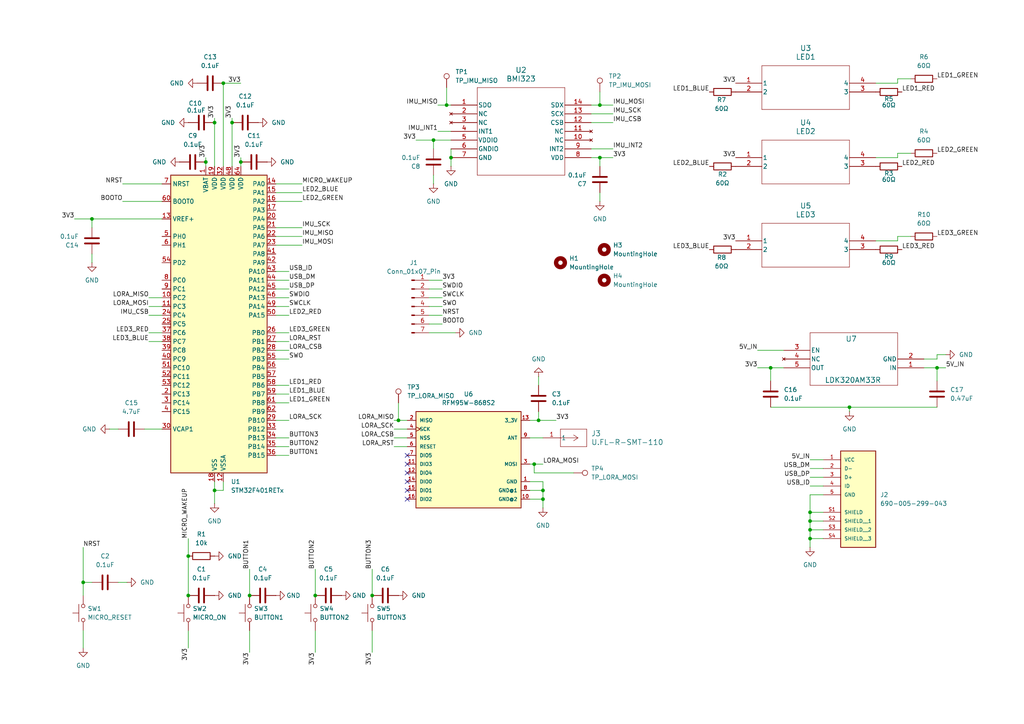
<source format=kicad_sch>
(kicad_sch (version 20231120) (generator "eeschema") (generator_version "8.0")
  (paper "A4")
  (lib_symbols
    (symbol "2024-06-20_09-10-44:BMI323" (pin_names (offset 0.254))
      (property "Reference" "U" (at 20.32 10.16 0))
      (property "Value" "BMI323" (at 20.32 7.62 0))
      (symbol "BMI323_0_1"
        (polyline (pts (xy 7.62 -20.32) (xy 33.02 -20.32)) (stroke (width 0.127)))
        (polyline (pts (xy 7.62 5.08) (xy 7.62 -20.32)) (stroke (width 0.127)))
        (polyline (pts (xy 33.02 -20.32) (xy 33.02 5.08)) (stroke (width 0.127)))
        (polyline (pts (xy 33.02 5.08) (xy 7.62 5.08)) (stroke (width 0.127)))
        (pin bidirectional line (at 0 0 0) (length 7.62) (name "SDO") (number "1"))
        (pin no_connect line (at 40.64 -10.16 180) (length 7.62) (name "NC") (number "10"))
        (pin no_connect line (at 40.64 -7.62 180) (length 7.62) (name "NC") (number "11"))
        (pin input line (at 40.64 -5.08 180) (length 7.62) (name "CSB") (number "12"))
        (pin input line (at 40.64 -2.54 180) (length 7.62) (name "SCX") (number "13"))
        (pin bidirectional line (at 40.64 0 180) (length 7.62) (name "SDX") (number "14"))
        (pin no_connect line (at 0 -2.54 0) (length 7.62) (name "NC") (number "2"))
        (pin no_connect line (at 0 -5.08 0) (length 7.62) (name "NC") (number "3"))
        (pin bidirectional line (at 0 -7.62 0) (length 7.62) (name "INT1") (number "4"))
        (pin power_in line (at 0 -10.16 0) (length 7.62) (name "VDDIO") (number "5"))
        (pin power_out line (at 0 -12.7 0) (length 7.62) (name "GNDIO") (number "6"))
        (pin power_out line (at 0 -15.24 0) (length 7.62) (name "GND") (number "7"))
        (pin power_in line (at 40.64 -15.24 180) (length 7.62) (name "VDD") (number "8"))
        (pin bidirectional line (at 40.64 -12.7 180) (length 7.62) (name "INT2") (number "9"))
      )
    )
    (symbol "2024-06-21_22-48-27:150141M173100" (pin_names (offset 0.254))
      (property "Reference" "U" (at 20.32 10.16 0))
      (property "Value" "150141M173100" (at 20.32 7.62 0))
      (symbol "150141M173100_0_1"
        (polyline (pts (xy 7.62 -7.62) (xy 33.02 -7.62)) (stroke (width 0.127)))
        (polyline (pts (xy 7.62 5.08) (xy 7.62 -7.62)) (stroke (width 0.127)))
        (polyline (pts (xy 33.02 -7.62) (xy 33.02 5.08)) (stroke (width 0.127)))
        (polyline (pts (xy 33.02 5.08) (xy 7.62 5.08)) (stroke (width 0.127)))
        (pin unspecified line (at 0 0 0) (length 7.62) (name "1") (number "1"))
        (pin unspecified line (at 0 -2.54 0) (length 7.62) (name "2") (number "2"))
        (pin unspecified line (at 40.64 -2.54 180) (length 7.62) (name "3") (number "3"))
        (pin unspecified line (at 40.64 0 180) (length 7.62) (name "4") (number "4"))
      )
    )
    (symbol "2024-06-23_08-34-14:LDK320AM33R" (pin_names (offset 0.254))
      (property "Reference" "U" (at 20.32 10.16 0))
      (property "Value" "LDK320AM33R" (at 20.32 7.62 0))
      (symbol "LDK320AM33R_0_1"
        (polyline (pts (xy 7.62 -10.16) (xy 33.02 -10.16)) (stroke (width 0.127)))
        (polyline (pts (xy 7.62 5.08) (xy 7.62 -10.16)) (stroke (width 0.127)))
        (polyline (pts (xy 33.02 -10.16) (xy 33.02 5.08)) (stroke (width 0.127)))
        (polyline (pts (xy 33.02 5.08) (xy 7.62 5.08)) (stroke (width 0.127)))
        (pin power_in line (at 0 0 0) (length 7.62) (name "IN") (number "1"))
        (pin power_out line (at 0 -2.54 0) (length 7.62) (name "GND") (number "2"))
        (pin input line (at 40.64 -5.08 180) (length 7.62) (name "EN") (number "3"))
        (pin no_connect line (at 40.64 -2.54 180) (length 7.62) (name "NC") (number "4"))
        (pin output line (at 40.64 0 180) (length 7.62) (name "OUT") (number "5"))
      )
    )
    (symbol "2024-06-24_09-28-13:U.FL-R-SMT-110" (pin_names (offset 0.254))
      (property "Reference" "J" (at 8.89 6.35 0))
      (property "Value" "U.FL-R-SMT-110" (at 0 0 0))
      (symbol "U.FL-R-SMT-110_1_1"
        (polyline (pts (xy 5.08 -2.54) (xy 12.7 -2.54)) (stroke (width 0.127)))
        (polyline (pts (xy 5.08 2.54) (xy 5.08 -2.54)) (stroke (width 0.127)))
        (polyline (pts (xy 10.16 0) (xy 5.08 0)) (stroke (width 0.127)))
        (polyline (pts (xy 10.16 0) (xy 8.89 -0.8467)) (stroke (width 0.127)))
        (polyline (pts (xy 10.16 0) (xy 8.89 0.8467)) (stroke (width 0.127)))
        (polyline (pts (xy 12.7 -2.54) (xy 12.7 2.54)) (stroke (width 0.127)))
        (polyline (pts (xy 12.7 2.54) (xy 5.08 2.54)) (stroke (width 0.127)))
        (pin unspecified line (at 0 0 0) (length 5.08) (name "1") (number "1"))
      )
      (symbol "U.FL-R-SMT-110_1_2"
        (polyline (pts (xy 5.08 -2.54) (xy 12.7 -2.54)) (stroke (width 0.127)))
        (polyline (pts (xy 5.08 2.54) (xy 5.08 -2.54)) (stroke (width 0.127)))
        (polyline (pts (xy 7.62 0) (xy 5.08 0)) (stroke (width 0.127)))
        (polyline (pts (xy 7.62 0) (xy 8.89 -0.8467)) (stroke (width 0.127)))
        (polyline (pts (xy 7.62 0) (xy 8.89 0.8467)) (stroke (width 0.127)))
        (polyline (pts (xy 12.7 -2.54) (xy 12.7 2.54)) (stroke (width 0.127)))
        (polyline (pts (xy 12.7 2.54) (xy 5.08 2.54)) (stroke (width 0.127)))
        (pin unspecified line (at 0 0 0) (length 5.08) (name "1") (number "1"))
      )
    )
    (symbol "690-005-299-043:690-005-299-043" (pin_names (offset 1.016))
      (property "Reference" "J" (at -5.08 11.43 0))
      (property "Value" "690-005-299-043" (at -5.08 -19.05 0))
      (symbol "690-005-299-043_0_0"
        (rectangle (start -5.08 -17.78) (end 5.08 10.16) (stroke (width 0.254)) (fill (type background)))
        (pin power_in line (at -10.16 7.62 0) (length 5.08) (name "VCC") (number "1"))
        (pin bidirectional line (at -10.16 5.08 0) (length 5.08) (name "D-") (number "2"))
        (pin bidirectional line (at -10.16 2.54 0) (length 5.08) (name "D+") (number "3"))
        (pin bidirectional line (at -10.16 0 0) (length 5.08) (name "ID") (number "4"))
        (pin power_in line (at -10.16 -2.54 0) (length 5.08) (name "GND") (number "5"))
        (pin passive line (at -10.16 -7.62 0) (length 5.08) (name "SHIELD") (number "S1"))
        (pin passive line (at -10.16 -10.16 0) (length 5.08) (name "SHIELD__1") (number "S2"))
        (pin passive line (at -10.16 -12.7 0) (length 5.08) (name "SHIELD__2") (number "S3"))
        (pin passive line (at -10.16 -15.24 0) (length 5.08) (name "SHIELD__3") (number "S4"))
      )
    )
    (symbol "Connector:Conn_01x07_Pin" (pin_names (offset 1.016) hide)
      (property "Reference" "J" (at 0 10.16 0))
      (property "Value" "Conn_01x07_Pin" (at 0 -10.16 0))
      (symbol "Conn_01x07_Pin_1_1"
        (polyline (pts (xy 1.27 -7.62) (xy 0.8636 -7.62)) (stroke (width 0.1524)))
        (polyline (pts (xy 1.27 -5.08) (xy 0.8636 -5.08)) (stroke (width 0.1524)))
        (polyline (pts (xy 1.27 -2.54) (xy 0.8636 -2.54)) (stroke (width 0.1524)))
        (polyline (pts (xy 1.27 0) (xy 0.8636 0)) (stroke (width 0.1524)))
        (polyline (pts (xy 1.27 2.54) (xy 0.8636 2.54)) (stroke (width 0.1524)))
        (polyline (pts (xy 1.27 5.08) (xy 0.8636 5.08)) (stroke (width 0.1524)))
        (polyline (pts (xy 1.27 7.62) (xy 0.8636 7.62)) (stroke (width 0.1524)))
        (rectangle (start 0.8636 -7.493) (end 0 -7.747) (stroke (width 0.1524)) (fill (type outline)))
        (rectangle (start 0.8636 -4.953) (end 0 -5.207) (stroke (width 0.1524)) (fill (type outline)))
        (rectangle (start 0.8636 -2.413) (end 0 -2.667) (stroke (width 0.1524)) (fill (type outline)))
        (rectangle (start 0.8636 0.127) (end 0 -0.127) (stroke (width 0.1524)) (fill (type outline)))
        (rectangle (start 0.8636 2.667) (end 0 2.413) (stroke (width 0.1524)) (fill (type outline)))
        (rectangle (start 0.8636 5.207) (end 0 4.953) (stroke (width 0.1524)) (fill (type outline)))
        (rectangle (start 0.8636 7.747) (end 0 7.493) (stroke (width 0.1524)) (fill (type outline)))
        (pin passive line (at 5.08 7.62 180) (length 3.81) (name "Pin_1") (number "1"))
        (pin passive line (at 5.08 5.08 180) (length 3.81) (name "Pin_2") (number "2"))
        (pin passive line (at 5.08 2.54 180) (length 3.81) (name "Pin_3") (number "3"))
        (pin passive line (at 5.08 0 180) (length 3.81) (name "Pin_4") (number "4"))
        (pin passive line (at 5.08 -2.54 180) (length 3.81) (name "Pin_5") (number "5"))
        (pin passive line (at 5.08 -5.08 180) (length 3.81) (name "Pin_6") (number "6"))
        (pin passive line (at 5.08 -7.62 180) (length 3.81) (name "Pin_7") (number "7"))
      )
    )
    (symbol "Connector:TestPoint" (pin_numbers hide) (pin_names (offset 0.762) hide)
      (property "Reference" "TP" (at 0 6.858 0))
      (property "Value" "TestPoint" (at 0 5.08 0))
      (symbol "TestPoint_0_1"
        (circle (center 0 3.302) (radius 0.762))
      )
      (symbol "TestPoint_1_1"
        (pin passive line (at 0 0 90) (length 2.54) (name "1") (number "1"))
      )
    )
    (symbol "Device:C" (pin_numbers hide) (pin_names (offset 0.254))
      (property "Reference" "C" (at 0.635 2.54 0))
      (property "Value" "C" (at 0.635 -2.54 0))
      (symbol "C_0_1"
        (polyline (pts (xy -2.032 -0.762) (xy 2.032 -0.762)) (stroke (width 0.508)))
        (polyline (pts (xy -2.032 0.762) (xy 2.032 0.762)) (stroke (width 0.508)))
      )
      (symbol "C_1_1"
        (pin passive line (at 0 3.81 270) (length 2.794) (name "~") (number "1"))
        (pin passive line (at 0 -3.81 90) (length 2.794) (name "~") (number "2"))
      )
    )
    (symbol "Device:R" (pin_numbers hide) (pin_names (offset 0))
      (property "Reference" "R" (at 2.032 0 90))
      (property "Value" "R" (at 0 0 90))
      (symbol "R_0_1"
        (rectangle (start -1.016 -2.54) (end 1.016 2.54) (stroke (width 0.254)))
      )
      (symbol "R_1_1"
        (pin passive line (at 0 3.81 270) (length 1.27) (name "~") (number "1"))
        (pin passive line (at 0 -3.81 90) (length 1.27) (name "~") (number "2"))
      )
    )
    (symbol "MCU_ST_STM32F4:STM32F401RETx"
      (property "Reference" "U" (at -12.7 44.45 0))
      (property "Value" "STM32F401RETx" (at 10.16 44.45 0))
      (symbol "STM32F401RETx_0_1"
        (rectangle (start -12.7 -43.18) (end 15.24 43.18) (stroke (width 0.254)) (fill (type background)))
      )
      (symbol "STM32F401RETx_1_1"
        (pin power_in line (at -2.54 45.72 270) (length 2.54) (name "VBAT") (number "1"))
        (pin bidirectional line (at -15.24 7.62 0) (length 2.54) (name "PC2") (number "10"))
        (pin bidirectional line (at -15.24 5.08 0) (length 2.54) (name "PC3") (number "11"))
        (pin power_in line (at 2.54 -45.72 90) (length 2.54) (name "VSSA") (number "12"))
        (pin input line (at -15.24 30.48 0) (length 2.54) (name "VREF+") (number "13"))
        (pin bidirectional line (at 17.78 40.64 180) (length 2.54) (name "PA0") (number "14"))
        (pin bidirectional line (at 17.78 38.1 180) (length 2.54) (name "PA1") (number "15"))
        (pin bidirectional line (at 17.78 35.56 180) (length 2.54) (name "PA2") (number "16"))
        (pin bidirectional line (at 17.78 33.02 180) (length 2.54) (name "PA3") (number "17"))
        (pin power_in line (at 0 -45.72 90) (length 2.54) (name "VSS") (number "18"))
        (pin power_in line (at 0 45.72 270) (length 2.54) (name "VDD") (number "19"))
        (pin bidirectional line (at -15.24 -20.32 0) (length 2.54) (name "PC13") (number "2"))
        (pin bidirectional line (at 17.78 30.48 180) (length 2.54) (name "PA4") (number "20"))
        (pin bidirectional line (at 17.78 27.94 180) (length 2.54) (name "PA5") (number "21"))
        (pin bidirectional line (at 17.78 25.4 180) (length 2.54) (name "PA6") (number "22"))
        (pin bidirectional line (at 17.78 22.86 180) (length 2.54) (name "PA7") (number "23"))
        (pin bidirectional line (at -15.24 2.54 0) (length 2.54) (name "PC4") (number "24"))
        (pin bidirectional line (at -15.24 0 0) (length 2.54) (name "PC5") (number "25"))
        (pin bidirectional line (at 17.78 -2.54 180) (length 2.54) (name "PB0") (number "26"))
        (pin bidirectional line (at 17.78 -5.08 180) (length 2.54) (name "PB1") (number "27"))
        (pin bidirectional line (at 17.78 -7.62 180) (length 2.54) (name "PB2") (number "28"))
        (pin bidirectional line (at 17.78 -27.94 180) (length 2.54) (name "PB10") (number "29"))
        (pin bidirectional line (at -15.24 -22.86 0) (length 2.54) (name "PC14") (number "3"))
        (pin power_out line (at -15.24 -30.48 0) (length 2.54) (name "VCAP1") (number "30"))
        (pin passive line (at 0 -45.72 90) (length 2.54) hide (name "VSS") (number "31"))
        (pin power_in line (at 2.54 45.72 270) (length 2.54) (name "VDD") (number "32"))
        (pin bidirectional line (at 17.78 -30.48 180) (length 2.54) (name "PB12") (number "33"))
        (pin bidirectional line (at 17.78 -33.02 180) (length 2.54) (name "PB13") (number "34"))
        (pin bidirectional line (at 17.78 -35.56 180) (length 2.54) (name "PB14") (number "35"))
        (pin bidirectional line (at 17.78 -38.1 180) (length 2.54) (name "PB15") (number "36"))
        (pin bidirectional line (at -15.24 -2.54 0) (length 2.54) (name "PC6") (number "37"))
        (pin bidirectional line (at -15.24 -5.08 0) (length 2.54) (name "PC7") (number "38"))
        (pin bidirectional line (at -15.24 -7.62 0) (length 2.54) (name "PC8") (number "39"))
        (pin bidirectional line (at -15.24 -25.4 0) (length 2.54) (name "PC15") (number "4"))
        (pin bidirectional line (at -15.24 -10.16 0) (length 2.54) (name "PC9") (number "40"))
        (pin bidirectional line (at 17.78 20.32 180) (length 2.54) (name "PA8") (number "41"))
        (pin bidirectional line (at 17.78 17.78 180) (length 2.54) (name "PA9") (number "42"))
        (pin bidirectional line (at 17.78 15.24 180) (length 2.54) (name "PA10") (number "43"))
        (pin bidirectional line (at 17.78 12.7 180) (length 2.54) (name "PA11") (number "44"))
        (pin bidirectional line (at 17.78 10.16 180) (length 2.54) (name "PA12") (number "45"))
        (pin bidirectional line (at 17.78 7.62 180) (length 2.54) (name "PA13") (number "46"))
        (pin passive line (at 0 -45.72 90) (length 2.54) hide (name "VSS") (number "47"))
        (pin power_in line (at 5.08 45.72 270) (length 2.54) (name "VDD") (number "48"))
        (pin bidirectional line (at 17.78 5.08 180) (length 2.54) (name "PA14") (number "49"))
        (pin bidirectional line (at -15.24 25.4 0) (length 2.54) (name "PH0") (number "5"))
        (pin bidirectional line (at 17.78 2.54 180) (length 2.54) (name "PA15") (number "50"))
        (pin bidirectional line (at -15.24 -12.7 0) (length 2.54) (name "PC10") (number "51"))
        (pin bidirectional line (at -15.24 -15.24 0) (length 2.54) (name "PC11") (number "52"))
        (pin bidirectional line (at -15.24 -17.78 0) (length 2.54) (name "PC12") (number "53"))
        (pin bidirectional line (at -15.24 17.78 0) (length 2.54) (name "PD2") (number "54"))
        (pin bidirectional line (at 17.78 -10.16 180) (length 2.54) (name "PB3") (number "55"))
        (pin bidirectional line (at 17.78 -12.7 180) (length 2.54) (name "PB4") (number "56"))
        (pin bidirectional line (at 17.78 -15.24 180) (length 2.54) (name "PB5") (number "57"))
        (pin bidirectional line (at 17.78 -17.78 180) (length 2.54) (name "PB6") (number "58"))
        (pin bidirectional line (at 17.78 -20.32 180) (length 2.54) (name "PB7") (number "59"))
        (pin bidirectional line (at -15.24 22.86 0) (length 2.54) (name "PH1") (number "6"))
        (pin input line (at -15.24 35.56 0) (length 2.54) (name "BOOT0") (number "60"))
        (pin bidirectional line (at 17.78 -22.86 180) (length 2.54) (name "PB8") (number "61"))
        (pin bidirectional line (at 17.78 -25.4 180) (length 2.54) (name "PB9") (number "62"))
        (pin passive line (at 0 -45.72 90) (length 2.54) hide (name "VSS") (number "63"))
        (pin power_in line (at 7.62 45.72 270) (length 2.54) (name "VDD") (number "64"))
        (pin input line (at -15.24 40.64 0) (length 2.54) (name "NRST") (number "7"))
        (pin bidirectional line (at -15.24 12.7 0) (length 2.54) (name "PC0") (number "8"))
        (pin bidirectional line (at -15.24 10.16 0) (length 2.54) (name "PC1") (number "9"))
      )
    )
    (symbol "Mechanical:MountingHole" (pin_names (offset 1.016)) (exclude_from_sim yes) (in_bom no)
      (property "Reference" "H" (at 0 5.08 0))
      (property "Value" "MountingHole" (at 0 3.175 0))
      (symbol "MountingHole_0_1"
        (circle (center 0 0) (radius 1.27) (stroke (width 1.27)))
      )
    )
    (symbol "RFM95W-868S2:RFM95W-868S2" (pin_names (offset 1.016))
      (property "Reference" "U" (at -15.2563 13.9849 0))
      (property "Value" "RFM95W-868S2" (at -15.265 -17.8092 0))
      (symbol "RFM95W-868S2_0_0"
        (rectangle (start -15.24 -15.24) (end 15.24 12.7) (stroke (width 0.254)) (fill (type background)))
        (pin power_in line (at 17.78 -7.62 180) (length 2.54) (name "GND") (number "1"))
        (pin power_in line (at 17.78 -12.7 180) (length 2.54) (name "GND@2") (number "10"))
        (pin bidirectional line (at -17.78 -2.54 0) (length 2.54) (name "DIO3") (number "11"))
        (pin bidirectional line (at -17.78 -5.08 0) (length 2.54) (name "DIO4") (number "12"))
        (pin power_in line (at 17.78 10.16 180) (length 2.54) (name "3_3V") (number "13"))
        (pin bidirectional line (at -17.78 -7.62 0) (length 2.54) (name "DIO0") (number "14"))
        (pin bidirectional line (at -17.78 -10.16 0) (length 2.54) (name "DIO1") (number "15"))
        (pin bidirectional line (at -17.78 -12.7 0) (length 2.54) (name "DIO2") (number "16"))
        (pin input line (at -17.78 10.16 0) (length 2.54) (name "MISO") (number "2"))
        (pin output line (at 17.78 -2.54 180) (length 2.54) (name "MOSI") (number "3"))
        (pin input clock (at -17.78 7.62 0) (length 2.54) (name "SCK") (number "4"))
        (pin input line (at -17.78 5.08 0) (length 2.54) (name "NSS") (number "5"))
        (pin bidirectional line (at -17.78 2.54 0) (length 2.54) (name "RESET") (number "6"))
        (pin bidirectional line (at -17.78 0 0) (length 2.54) (name "DIO5") (number "7"))
        (pin power_in line (at 17.78 -10.16 180) (length 2.54) (name "GND@1") (number "8"))
        (pin passive line (at 17.78 5.08 180) (length 2.54) (name "ANT") (number "9"))
      )
    )
    (symbol "Switch:SW_Push" (pin_numbers hide) (pin_names (offset 1.016) hide)
      (property "Reference" "SW" (at 1.27 2.54 0))
      (property "Value" "SW_Push" (at 0 -1.524 0))
      (symbol "SW_Push_0_1"
        (circle (center -2.032 0) (radius 0.508))
        (polyline (pts (xy 0 1.27) (xy 0 3.048)))
        (polyline (pts (xy 2.54 1.27) (xy -2.54 1.27)))
        (circle (center 2.032 0) (radius 0.508))
        (pin passive line (at -5.08 0 0) (length 2.54) (name "1") (number "1"))
        (pin passive line (at 5.08 0 180) (length 2.54) (name "2") (number "2"))
      )
    )
    (symbol "power:GND" (power) (pin_numbers hide) (pin_names (offset 0) hide)
      (property "Value" "GND" (at 0 -3.81 0))
      (symbol "GND_0_1"
        (polyline (pts (xy 0 0) (xy 0 -1.27) (xy 1.27 -1.27) (xy 0 -2.54) (xy -1.27 -1.27) (xy 0 -1.27)))
      )
      (symbol "GND_1_1"
        (pin power_in line (at 0 0 270) (length 0) (name "~") (number "1"))
      )
    )
  )
  (junction (at 157.48 144.78))
  (junction (at 223.52 106.68))
  (junction (at 234.95 153.67))
  (junction (at 24.13 168.91))
  (junction (at 234.95 156.21))
  (junction (at 129.54 30.48))
  (junction (at 234.95 151.13))
  (junction (at 62.23 142.24))
  (junction (at 91.44 172.72))
  (junction (at 130.81 45.72))
  (junction (at 62.23 35.56))
  (junction (at 125.73 40.64))
  (junction (at 234.95 148.59))
  (junction (at 54.61 161.29))
  (junction (at 59.69 46.99))
  (junction (at 157.48 142.24))
  (junction (at 154.94 134.62))
  (junction (at 156.21 121.92))
  (junction (at 271.78 106.68))
  (junction (at 115.57 121.92))
  (junction (at 64.77 24.13))
  (junction (at 72.39 172.72))
  (junction (at 173.99 30.48))
  (junction (at 26.67 63.5))
  (junction (at 107.95 172.72))
  (junction (at 246.38 118.11))
  (junction (at 69.85 46.99))
  (junction (at 67.31 35.56))
  (junction (at 54.61 172.72))
  (junction (at 173.99 45.72))
  (no_connect (at 118.11 134.62))
  (no_connect (at 118.11 132.08))
  (no_connect (at 118.11 142.24))
  (no_connect (at 118.11 139.7))
  (no_connect (at 118.11 137.16))
  (no_connect (at 118.11 144.78))
  (wire (pts (xy 234.95 156.21) (xy 238.76 156.21)))
  (wire (pts (xy 260.35 44.45) (xy 264.16 44.45)))
  (wire (pts (xy 80.01 99.06) (xy 83.82 99.06)))
  (wire (pts (xy 129.54 30.48) (xy 130.81 30.48)))
  (wire (pts (xy 26.67 63.5) (xy 46.99 63.5)))
  (wire (pts (xy 43.18 91.44) (xy 46.99 91.44)))
  (wire (pts (xy 114.3 121.92) (xy 115.57 121.92)))
  (wire (pts (xy 114.3 129.54) (xy 118.11 129.54)))
  (wire (pts (xy 153.67 127) (xy 157.48 127)))
  (wire (pts (xy 234.95 148.59) (xy 238.76 148.59)))
  (wire (pts (xy 238.76 140.97) (xy 234.95 140.97)))
  (wire (pts (xy 260.35 22.86) (xy 264.16 22.86)))
  (wire (pts (xy 43.18 96.52) (xy 46.99 96.52)))
  (wire (pts (xy 80.01 86.36) (xy 83.82 86.36)))
  (wire (pts (xy 62.23 142.24) (xy 62.23 146.05)))
  (wire (pts (xy 171.45 43.18) (xy 177.8 43.18)))
  (wire (pts (xy 80.01 91.44) (xy 83.82 91.44)))
  (wire (pts (xy 80.01 78.74) (xy 83.82 78.74)))
  (wire (pts (xy 166.37 137.16) (xy 154.94 137.16)))
  (wire (pts (xy 153.67 134.62) (xy 154.94 134.62)))
  (wire (pts (xy 153.67 139.7) (xy 157.48 139.7)))
  (wire (pts (xy 125.73 53.34) (xy 125.73 50.8)))
  (wire (pts (xy 124.46 96.52) (xy 132.08 96.52)))
  (wire (pts (xy 171.45 35.56) (xy 177.8 35.56)))
  (wire (pts (xy 80.01 88.9) (xy 83.82 88.9)))
  (wire (pts (xy 80.01 58.42) (xy 87.63 58.42)))
  (wire (pts (xy 156.21 119.38) (xy 156.21 121.92)))
  (wire (pts (xy 156.21 121.92) (xy 161.29 121.92)))
  (wire (pts (xy 120.65 40.64) (xy 125.73 40.64)))
  (wire (pts (xy 69.85 45.72) (xy 69.85 46.99)))
  (wire (pts (xy 80.01 121.92) (xy 83.82 121.92)))
  (wire (pts (xy 80.01 101.6) (xy 83.82 101.6)))
  (wire (pts (xy 171.45 45.72) (xy 173.99 45.72)))
  (wire (pts (xy 219.71 106.68) (xy 223.52 106.68)))
  (wire (pts (xy 26.67 168.91) (xy 24.13 168.91)))
  (wire (pts (xy 260.35 24.13) (xy 260.35 22.86)))
  (wire (pts (xy 67.31 34.29) (xy 67.31 35.56)))
  (wire (pts (xy 124.46 91.44) (xy 128.27 91.44)))
  (wire (pts (xy 64.77 24.13) (xy 64.77 48.26)))
  (wire (pts (xy 59.69 46.99) (xy 59.69 48.26)))
  (wire (pts (xy 254 69.85) (xy 260.35 69.85)))
  (wire (pts (xy 64.77 142.24) (xy 62.23 142.24)))
  (wire (pts (xy 125.73 40.64) (xy 130.81 40.64)))
  (wire (pts (xy 80.01 83.82) (xy 83.82 83.82)))
  (wire (pts (xy 238.76 143.51) (xy 234.95 143.51)))
  (wire (pts (xy 80.01 127) (xy 83.82 127)))
  (wire (pts (xy 173.99 30.48) (xy 177.8 30.48)))
  (wire (pts (xy 130.81 43.18) (xy 130.81 45.72)))
  (wire (pts (xy 54.61 182.88) (xy 54.61 187.96)))
  (wire (pts (xy 114.3 124.46) (xy 118.11 124.46)))
  (wire (pts (xy 80.01 114.3) (xy 83.82 114.3)))
  (wire (pts (xy 157.48 144.78) (xy 157.48 147.32)))
  (wire (pts (xy 238.76 138.43) (xy 234.95 138.43)))
  (wire (pts (xy 246.38 118.11) (xy 246.38 119.38)))
  (wire (pts (xy 124.46 88.9) (xy 128.27 88.9)))
  (wire (pts (xy 157.48 142.24) (xy 157.48 144.78)))
  (wire (pts (xy 129.54 25.4) (xy 129.54 30.48)))
  (wire (pts (xy 91.44 165.1) (xy 91.44 172.72)))
  (wire (pts (xy 43.18 86.36) (xy 46.99 86.36)))
  (wire (pts (xy 80.01 129.54) (xy 83.82 129.54)))
  (wire (pts (xy 114.3 127) (xy 118.11 127)))
  (wire (pts (xy 124.46 81.28) (xy 128.27 81.28)))
  (wire (pts (xy 267.97 104.14) (xy 271.78 104.14)))
  (wire (pts (xy 173.99 58.42) (xy 173.99 55.88)))
  (wire (pts (xy 62.23 35.56) (xy 62.23 48.26)))
  (wire (pts (xy 271.78 106.68) (xy 274.32 106.68)))
  (wire (pts (xy 238.76 151.13) (xy 234.95 151.13)))
  (wire (pts (xy 62.23 34.29) (xy 62.23 35.56)))
  (wire (pts (xy 59.69 45.72) (xy 59.69 46.99)))
  (wire (pts (xy 271.78 106.68) (xy 271.78 110.49)))
  (wire (pts (xy 41.91 124.46) (xy 46.99 124.46)))
  (wire (pts (xy 80.01 55.88) (xy 87.63 55.88)))
  (wire (pts (xy 54.61 156.21) (xy 54.61 161.29)))
  (wire (pts (xy 35.56 53.34) (xy 46.99 53.34)))
  (wire (pts (xy 157.48 139.7) (xy 157.48 142.24)))
  (wire (pts (xy 72.39 182.88) (xy 72.39 189.23)))
  (wire (pts (xy 154.94 134.62) (xy 157.48 134.62)))
  (wire (pts (xy 171.45 33.02) (xy 177.8 33.02)))
  (wire (pts (xy 234.95 153.67) (xy 238.76 153.67)))
  (wire (pts (xy 80.01 96.52) (xy 83.82 96.52)))
  (wire (pts (xy 234.95 148.59) (xy 234.95 151.13)))
  (wire (pts (xy 153.67 142.24) (xy 157.48 142.24)))
  (wire (pts (xy 54.61 161.29) (xy 54.61 172.72)))
  (wire (pts (xy 69.85 24.13) (xy 64.77 24.13)))
  (wire (pts (xy 91.44 182.88) (xy 91.44 189.23)))
  (wire (pts (xy 80.01 104.14) (xy 83.82 104.14)))
  (wire (pts (xy 173.99 26.67) (xy 173.99 30.48)))
  (wire (pts (xy 24.13 158.75) (xy 24.13 168.91)))
  (wire (pts (xy 31.75 124.46) (xy 34.29 124.46)))
  (wire (pts (xy 107.95 165.1) (xy 107.95 172.72)))
  (wire (pts (xy 124.46 83.82) (xy 128.27 83.82)))
  (wire (pts (xy 271.78 102.87) (xy 274.32 102.87)))
  (wire (pts (xy 234.95 133.35) (xy 238.76 133.35)))
  (wire (pts (xy 156.21 109.22) (xy 156.21 111.76)))
  (wire (pts (xy 271.78 104.14) (xy 271.78 102.87)))
  (wire (pts (xy 223.52 106.68) (xy 227.33 106.68)))
  (wire (pts (xy 238.76 135.89) (xy 234.95 135.89)))
  (wire (pts (xy 246.38 118.11) (xy 271.78 118.11)))
  (wire (pts (xy 234.95 151.13) (xy 234.95 153.67)))
  (wire (pts (xy 80.01 66.04) (xy 87.63 66.04)))
  (wire (pts (xy 260.35 45.72) (xy 260.35 44.45)))
  (wire (pts (xy 80.01 132.08) (xy 83.82 132.08)))
  (wire (pts (xy 115.57 116.84) (xy 115.57 121.92)))
  (wire (pts (xy 80.01 116.84) (xy 83.82 116.84)))
  (wire (pts (xy 173.99 45.72) (xy 173.99 48.26)))
  (wire (pts (xy 80.01 71.12) (xy 87.63 71.12)))
  (wire (pts (xy 80.01 81.28) (xy 83.82 81.28)))
  (wire (pts (xy 254 24.13) (xy 260.35 24.13)))
  (wire (pts (xy 69.85 46.99) (xy 69.85 48.26)))
  (wire (pts (xy 260.35 69.85) (xy 260.35 68.58)))
  (wire (pts (xy 234.95 156.21) (xy 234.95 158.75)))
  (wire (pts (xy 43.18 99.06) (xy 46.99 99.06)))
  (wire (pts (xy 223.52 118.11) (xy 246.38 118.11)))
  (wire (pts (xy 24.13 168.91) (xy 24.13 172.72)))
  (wire (pts (xy 127 38.1) (xy 130.81 38.1)))
  (wire (pts (xy 72.39 165.1) (xy 72.39 172.72)))
  (wire (pts (xy 67.31 35.56) (xy 67.31 48.26)))
  (wire (pts (xy 26.67 63.5) (xy 26.67 66.04)))
  (wire (pts (xy 153.67 144.78) (xy 157.48 144.78)))
  (wire (pts (xy 260.35 68.58) (xy 264.16 68.58)))
  (wire (pts (xy 234.95 143.51) (xy 234.95 148.59)))
  (wire (pts (xy 234.95 153.67) (xy 234.95 156.21)))
  (wire (pts (xy 124.46 86.36) (xy 128.27 86.36)))
  (wire (pts (xy 115.57 121.92) (xy 118.11 121.92)))
  (wire (pts (xy 125.73 40.64) (xy 125.73 43.18)))
  (wire (pts (xy 80.01 53.34) (xy 87.63 53.34)))
  (wire (pts (xy 223.52 106.68) (xy 223.52 110.49)))
  (wire (pts (xy 34.29 168.91) (xy 36.83 168.91)))
  (wire (pts (xy 127 30.48) (xy 129.54 30.48)))
  (wire (pts (xy 254 45.72) (xy 260.35 45.72)))
  (wire (pts (xy 64.77 139.7) (xy 64.77 142.24)))
  (wire (pts (xy 154.94 137.16) (xy 154.94 134.62)))
  (wire (pts (xy 267.97 106.68) (xy 271.78 106.68)))
  (wire (pts (xy 26.67 76.2) (xy 26.67 73.66)))
  (wire (pts (xy 171.45 30.48) (xy 173.99 30.48)))
  (wire (pts (xy 80.01 111.76) (xy 83.82 111.76)))
  (wire (pts (xy 24.13 182.88) (xy 24.13 187.96)))
  (wire (pts (xy 130.81 45.72) (xy 130.81 48.26)))
  (wire (pts (xy 62.23 139.7) (xy 62.23 142.24)))
  (wire (pts (xy 21.59 63.5) (xy 26.67 63.5)))
  (wire (pts (xy 107.95 182.88) (xy 107.95 189.23)))
  (wire (pts (xy 35.56 58.42) (xy 46.99 58.42)))
  (wire (pts (xy 219.71 101.6) (xy 227.33 101.6)))
  (wire (pts (xy 153.67 121.92) (xy 156.21 121.92)))
  (wire (pts (xy 43.18 88.9) (xy 46.99 88.9)))
  (wire (pts (xy 124.46 93.98) (xy 128.27 93.98)))
  (wire (pts (xy 173.99 45.72) (xy 177.8 45.72)))
  (wire (pts (xy 80.01 68.58) (xy 87.63 68.58)))
  (label "BUTTON1" (at 83.82 132.08 0))
  (label "LED2_RED" (at 261.62 48.26 0))
  (label "3V3" (at 91.44 189.23 270))
  (label "USB_DM" (at 83.82 81.28 0))
  (label "BUTTON2" (at 83.82 129.54 0))
  (label "SWO" (at 83.82 104.14 0))
  (label "SWCLK" (at 83.82 88.9 0))
  (label "LED2_GREEN" (at 87.63 58.42 0))
  (label "LED1_GREEN" (at 271.78 22.86 0))
  (label "LED1_BLUE" (at 83.82 114.3 0))
  (label "BUTTON2" (at 91.44 165.1 90))
  (label "BOOTO" (at 35.56 58.42 180))
  (label "IMU_MISO" (at 127 30.48 180))
  (label "3V3" (at 59.69 45.72 90))
  (label "5V_IN" (at 234.95 133.35 180))
  (label "LORA_CSB" (at 83.82 101.6 0))
  (label "LED3_BLUE" (at 43.18 99.06 180))
  (label "3V3" (at 161.29 121.92 0))
  (label "USB_DM" (at 234.95 135.89 180))
  (label "BUTTON3" (at 107.95 165.1 90))
  (label "SWDIO" (at 83.82 86.36 0))
  (label "LED2_BLUE" (at 87.63 55.88 0))
  (label "LORA_RST" (at 83.82 99.06 0))
  (label "LED1_GREEN" (at 83.82 116.84 0))
  (label "USB_DP" (at 234.95 138.43 180))
  (label "IMU_MOSI" (at 177.8 30.48 0))
  (label "3V3" (at 69.85 24.13 180))
  (label "3V3" (at 72.39 189.23 270))
  (label "BOOTO" (at 128.27 93.98 0))
  (label "3V3" (at 62.23 34.29 90))
  (label "LED2_BLUE" (at 205.74 48.26 180))
  (label "IMU_INT1" (at 127 38.1 180))
  (label "NRST" (at 128.27 91.44 0))
  (label "LORA_MOSI" (at 157.48 134.62 0))
  (label "LORA_RST" (at 114.3 129.54 180))
  (label "3V3" (at 213.36 45.72 180))
  (label "SWDIO" (at 128.27 83.82 0))
  (label "LORA_MOSI" (at 43.18 88.9 180))
  (label "3V3" (at 128.27 81.28 0))
  (label "NRST" (at 24.13 158.75 0))
  (label "LED1_RED" (at 83.82 111.76 0))
  (label "LED1_RED" (at 261.62 26.67 0))
  (label "LED1_BLUE" (at 205.74 26.67 180))
  (label "LORA_SCK" (at 83.82 121.92 0))
  (label "IMU_SCK" (at 87.63 66.04 0))
  (label "3V3" (at 120.65 40.64 180))
  (label "NRST" (at 35.56 53.34 180))
  (label "LORA_MISO" (at 114.3 121.92 180))
  (label "3V3" (at 213.36 69.85 180))
  (label "USB_ID" (at 83.82 78.74 0))
  (label "BUTTON3" (at 83.82 127 0))
  (label "LORA_CSB" (at 114.3 127 180))
  (label "LORA_MISO" (at 43.18 86.36 180))
  (label "SWO" (at 128.27 88.9 0))
  (label "IMU_CSB" (at 177.8 35.56 0))
  (label "IMU_CSB" (at 43.18 91.44 180))
  (label "IMU_MISO" (at 87.63 68.58 0))
  (label "SWCLK" (at 128.27 86.36 0))
  (label "5V_IN" (at 274.32 106.68 0))
  (label "IMU_INT2" (at 177.8 43.18 0))
  (label "LORA_SCK" (at 114.3 124.46 180))
  (label "USB_DP" (at 83.82 83.82 0))
  (label "3V3" (at 67.31 34.29 90))
  (label "LED2_RED" (at 83.82 91.44 0))
  (label "MICRO_WAKEUP" (at 87.63 53.34 0))
  (label "3V3" (at 69.85 45.72 90))
  (label "3V3" (at 177.8 45.72 0))
  (label "3V3" (at 107.95 189.23 270))
  (label "3V3" (at 219.71 106.68 180))
  (label "5V_IN" (at 219.71 101.6 180))
  (label "MICRO_WAKEUP" (at 54.61 156.21 90))
  (label "LED3_RED" (at 43.18 96.52 180))
  (label "LED3_GREEN" (at 271.78 68.58 0))
  (label "BUTTON1" (at 72.39 165.1 90))
  (label "3V3" (at 21.59 63.5 180))
  (label "3V3" (at 54.61 187.96 270))
  (label "LED3_BLUE" (at 205.74 72.39 180))
  (label "USB_ID" (at 234.95 140.97 180))
  (label "LED2_GREEN" (at 271.78 44.45 0))
  (label "LED3_GREEN" (at 83.82 96.52 0))
  (label "3V3" (at 213.36 24.13 180))
  (label "IMU_MOSI" (at 87.63 71.12 0))
  (label "LED3_RED" (at 261.62 72.39 0))
  (label "IMU_SCK" (at 177.8 33.02 0))
  (symbol (lib_id "Device:C") (at 76.2 172.72 270) (unit 1)
    (property "Reference" "C4" (at 76.2 165.1 90))
    (property "Value" "0.1uF" (at 76.2 167.64 90))
    (property "Footprint" "Capacitor_SMD:C_0805_2012Metric_Pad1.18x1.45mm_HandSolder" (effects (hide yes)))
    (property "Description" "Unpolarized capacitor" (effects (hide yes)))
  )
  (symbol (lib_id "power:GND") (at 80.01 172.72 90) (unit 1)
    (property "Reference" "#PWR06" (effects (hide yes)))
    (property "Value" "GND" (at 83.058 172.72 90) (effects (justify right)))
    (property "Description" "Power symbol creates a global label with name \"GND\" , ground" (effects (hide yes)))
  )
  (symbol (lib_id "power:GND") (at 99.06 172.72 90) (unit 1)
    (property "Reference" "#PWR07" (effects (hide yes)))
    (property "Value" "GND" (at 102.108 172.72 90) (effects (justify right)))
    (property "Description" "Power symbol creates a global label with name \"GND\" , ground" (effects (hide yes)))
  )
  (symbol (lib_id "Switch:SW_Push") (at 72.39 177.8 90) (unit 1)
    (property "Reference" "SW3" (at 73.66 176.5299 90) (effects (justify right)))
    (property "Value" "BUTTON1" (at 73.66 179.0699 90) (effects (justify right)))
    (property "Footprint" "Button_Switch_SMD:SW_SPST_PTS647_Sx38" (effects (hide yes)))
    (property "Description" "Push button switch, generic, two pins" (effects (hide yes)))
  )
  (symbol (lib_id "Device:C") (at 73.66 46.99 270) (unit 1)
    (property "Reference" "C11" (at 73.66 39.37 90))
    (property "Value" "0.1uF" (at 73.66 41.91 90))
    (property "Footprint" "Capacitor_SMD:C_0805_2012Metric_Pad1.18x1.45mm_HandSolder" (effects (hide yes)))
    (property "Description" "Unpolarized capacitor" (effects (hide yes)))
  )
  (symbol (lib_id "power:GND") (at 77.47 46.99 90) (unit 1)
    (property "Reference" "#PWR019" (effects (hide yes)))
    (property "Value" "GND" (at 81.28 46.9899 90) (effects (justify right)))
    (property "Description" "Power symbol creates a global label with name \"GND\" , ground" (effects (hide yes)))
  )
  (symbol (lib_id "Connector:TestPoint") (at 115.57 116.84 0) (unit 1)
    (property "Reference" "TP3" (at 118.11 112.2679 0) (effects (justify left)))
    (property "Value" "TP_LORA_MISO" (at 118.11 114.8079 0) (effects (justify left)))
    (property "Footprint" "TestPoint:TestPoint_Pad_D2.0mm" (effects (hide yes)))
    (property "Description" "test point" (effects (hide yes)))
  )
  (symbol (lib_id "Device:C") (at 30.48 168.91 270) (unit 1)
    (property "Reference" "C2" (at 30.48 161.29 90))
    (property "Value" "0.1uF" (at 30.48 163.83 90))
    (property "Footprint" "Capacitor_SMD:C_0805_2012Metric_Pad1.18x1.45mm_HandSolder" (effects (hide yes)))
    (property "Description" "Unpolarized capacitor" (effects (hide yes)))
  )
  (symbol (lib_id "Connector:Conn_01x07_Pin") (at 119.38 88.9 0) (unit 1)
    (property "Reference" "J1" (at 120.015 76.2 0))
    (property "Value" "Conn_01x07_Pin" (at 120.015 78.74 0))
    (property "Footprint" "Connector_PinHeader_1.27mm:PinHeader_1x07_P1.27mm_Vertical" (effects (hide yes)))
    (property "Description" "Generic connector, single row, 01x07, script generated" (effects (hide yes)))
  )
  (symbol (lib_id "power:GND") (at 157.48 147.32 0) (unit 1)
    (property "Reference" "#PWR02" (effects (hide yes)))
    (property "Value" "GND" (at 157.48 152.4 0))
    (property "Description" "Power symbol creates a global label with name \"GND\" , ground" (effects (hide yes)))
  )
  (symbol (lib_id "power:GND") (at 274.32 102.87 90) (unit 1)
    (property "Reference" "#PWR024" (effects (hide yes)))
    (property "Value" "GND" (at 278.13 102.8699 90) (effects (justify right)))
    (property "Description" "Power symbol creates a global label with name \"GND\" , ground" (effects (hide yes)))
  )
  (symbol (lib_id "Mechanical:MountingHole") (at 175.26 81.28 0) (unit 1) (exclude_from_sim yes) (in_bom no)
    (property "Reference" "H4" (at 177.8 80.0099 0) (effects (justify left)))
    (property "Value" "MountingHole" (at 177.8 82.5499 0) (effects (justify left)))
    (property "Footprint" "MountingHole:MountingHole_3.2mm_M3" (effects (hide yes)))
    (property "Description" "Mounting Hole without connection" (effects (hide yes)))
  )
  (symbol (lib_id "2024-06-21_22-48-27:150141M173100") (at 213.36 45.72 0) (unit 1)
    (property "Reference" "U4" (at 233.68 35.56 0) (effects (font (size 1.524 1.524))))
    (property "Value" "LED2" (at 233.68 38.1 0) (effects (font (size 1.524 1.524))))
    (property "Footprint" "footprints:150141M173100_WRE-M" (effects (hide yes)))
    (property "Datasheet" "150141M173100" (effects (hide yes)))
  )
  (symbol (lib_id "Device:C") (at 271.78 114.3 0) (unit 1)
    (property "Reference" "C17" (at 275.59 113.0299 0) (effects (justify left)))
    (property "Value" "0.47uF" (at 275.59 115.5699 0) (effects (justify left)))
    (property "Footprint" "Capacitor_SMD:C_0805_2012Metric_Pad1.18x1.45mm_HandSolder" (effects (hide yes)))
    (property "Description" "Unpolarized capacitor" (effects (hide yes)))
  )
  (symbol (lib_id "MCU_ST_STM32F4:STM32F401RETx") (at 62.23 93.98 0) (unit 1)
    (property "Reference" "U1" (at 66.9641 139.7 0) (effects (justify left)))
    (property "Value" "STM32F401RETx" (at 66.9641 142.24 0) (effects (justify left)))
    (property "Footprint" "Package_QFP:LQFP-64_10x10mm_P0.5mm" (effects (hide yes)))
    (property "Datasheet" "https://www.st.com/resource/en/datasheet/stm32f401re.pdf" (effects (hide yes)))
    (property "Description" "STMicroelectronics Arm Cortex-M4 MCU, 512KB flash, 96KB RAM, 84 MHz, 1.7-3.6V, 50 GPIO, LQFP64" (effects (hide yes)))
  )
  (symbol (lib_id "Switch:SW_Push") (at 54.61 177.8 90) (unit 1)
    (property "Reference" "SW2" (at 55.88 176.5299 90) (effects (justify right)))
    (property "Value" "MICRO_ON" (at 55.88 179.0699 90) (effects (justify right)))
    (property "Footprint" "Button_Switch_SMD:SW_SPST_PTS647_Sx38" (effects (hide yes)))
    (property "Description" "Push button switch, generic, two pins" (effects (hide yes)))
  )
  (symbol (lib_id "Device:C") (at 71.12 35.56 270) (unit 1)
    (property "Reference" "C12" (at 71.12 27.94 90))
    (property "Value" "0.1uF" (at 71.12 30.48 90))
    (property "Footprint" "Capacitor_SMD:C_0805_2012Metric_Pad1.18x1.45mm_HandSolder" (effects (hide yes)))
    (property "Description" "Unpolarized capacitor" (effects (hide yes)))
  )
  (symbol (lib_id "power:GND") (at 115.57 172.72 90) (unit 1)
    (property "Reference" "#PWR08" (effects (hide yes)))
    (property "Value" "GND" (at 119.38 172.7199 90) (effects (justify right)))
    (property "Description" "Power symbol creates a global label with name \"GND\" , ground" (effects (hide yes)))
  )
  (symbol (lib_id "Device:R") (at 257.81 48.26 90) (unit 1)
    (property "Reference" "R3" (at 257.81 50.292 90))
    (property "Value" "60Ω" (at 257.81 52.07 90))
    (property "Footprint" "Resistor_SMD:R_0805_2012Metric_Pad1.20x1.40mm_HandSolder" (effects (hide yes)))
    (property "Description" "Resistor" (effects (hide yes)))
  )
  (symbol (lib_id "Connector:TestPoint") (at 129.54 25.4 0) (unit 1)
    (property "Reference" "TP1" (at 132.08 20.8279 0) (effects (justify left)))
    (property "Value" "TP_IMU_MISO" (at 132.08 23.3679 0) (effects (justify left)))
    (property "Footprint" "TestPoint:TestPoint_Pad_D2.0mm" (effects (hide yes)))
    (property "Description" "test point" (effects (hide yes)))
  )
  (symbol (lib_id "power:GND") (at 62.23 146.05 0) (unit 1)
    (property "Reference" "#PWR014" (effects (hide yes)))
    (property "Value" "GND" (at 62.23 151.13 0))
    (property "Description" "Power symbol creates a global label with name \"GND\" , ground" (effects (hide yes)))
  )
  (symbol (lib_id "Device:C") (at 60.96 24.13 90) (unit 1)
    (property "Reference" "C13" (at 60.96 16.51 90))
    (property "Value" "0.1uF" (at 60.96 19.05 90))
    (property "Footprint" "Capacitor_SMD:C_0805_2012Metric_Pad1.18x1.45mm_HandSolder" (effects (hide yes)))
    (property "Description" "Unpolarized capacitor" (effects (hide yes)))
  )
  (symbol (lib_id "Device:R") (at 209.55 26.67 90) (unit 1)
    (property "Reference" "R7" (at 209.296 28.956 90))
    (property "Value" "60Ω" (at 209.296 31.496 90))
    (property "Footprint" "Resistor_SMD:R_0805_2012Metric_Pad1.20x1.40mm_HandSolder" (effects (hide yes)))
    (property "Description" "Resistor" (effects (hide yes)))
  )
  (symbol (lib_id "Connector:TestPoint") (at 173.99 26.67 0) (unit 1)
    (property "Reference" "TP2" (at 176.53 22.0979 0) (effects (justify left)))
    (property "Value" "TP_IMU_MOSI" (at 176.53 24.6379 0) (effects (justify left)))
    (property "Footprint" "TestPoint:TestPoint_Pad_D2.0mm" (effects (hide yes)))
    (property "Description" "test point" (effects (hide yes)))
  )
  (symbol (lib_id "Device:C") (at 58.42 172.72 270) (unit 1)
    (property "Reference" "C1" (at 58.42 165.1 90))
    (property "Value" "0.1uF" (at 58.42 167.64 90))
    (property "Footprint" "Capacitor_SMD:C_0805_2012Metric_Pad1.18x1.45mm_HandSolder" (effects (hide yes)))
    (property "Description" "Unpolarized capacitor" (effects (hide yes)))
  )
  (symbol (lib_id "Device:C") (at 125.73 46.99 180) (unit 1)
    (property "Reference" "C8" (at 121.92 48.2601 0) (effects (justify left)))
    (property "Value" "0.1uF" (at 121.92 45.7201 0) (effects (justify left)))
    (property "Footprint" "Capacitor_SMD:C_0805_2012Metric_Pad1.18x1.45mm_HandSolder" (effects (hide yes)))
    (property "Description" "Unpolarized capacitor" (effects (hide yes)))
  )
  (symbol (lib_id "RFM95W-868S2:RFM95W-868S2") (at 135.89 132.08 0) (unit 1)
    (property "Reference" "U6" (at 135.89 114.3 0))
    (property "Value" "RFM95W-868S2" (at 135.89 116.84 0))
    (property "Footprint" "footprints:XCVR_RFM95W-868S2" (effects (hide yes)))
    (property "MANUFACTURER" "RF Solution" (effects (hide yes)))
  )
  (symbol (lib_id "power:GND") (at 156.21 109.22 180) (unit 1)
    (property "Reference" "#PWR04" (effects (hide yes)))
    (property "Value" "GND" (at 156.21 104.14 0))
    (property "Description" "Power symbol creates a global label with name \"GND\" , ground" (effects (hide yes)))
  )
  (symbol (lib_id "690-005-299-043:690-005-299-043") (at 248.92 140.97 0) (unit 1)
    (property "Reference" "J2" (at 255.27 143.5099 0) (effects (justify left)))
    (property "Value" "690-005-299-043" (at 255.27 146.0499 0) (effects (justify left)))
    (property "Footprint" "footprints:EDAC_690-005-299-043" (effects (hide yes)))
    (property "PARTREV" "11" (effects (hide yes)))
    (property "MANUFACTURER" "EDAC" (effects (hide yes)))
    (property "MAXIMUM_PACKAGE_HEIGHT" "3.98mm" (effects (hide yes)))
    (property "STANDARD" "Manufacturer Recommendations" (effects (hide yes)))
  )
  (symbol (lib_id "Device:R") (at 209.55 48.26 90) (unit 1)
    (property "Reference" "R2" (at 209.55 50.546 90))
    (property "Value" "60Ω" (at 209.55 53.086 90))
    (property "Footprint" "Resistor_SMD:R_0805_2012Metric_Pad1.20x1.40mm_HandSolder" (effects (hide yes)))
    (property "Description" "Resistor" (effects (hide yes)))
  )
  (symbol (lib_id "power:GND") (at 234.95 158.75 0) (unit 1)
    (property "Reference" "#PWR022" (effects (hide yes)))
    (property "Value" "GND" (at 234.95 163.83 0))
    (property "Description" "Power symbol creates a global label with name \"GND\" , ground" (effects (hide yes)))
  )
  (symbol (lib_id "Mechanical:MountingHole") (at 175.26 72.39 0) (unit 1) (exclude_from_sim yes) (in_bom no)
    (property "Reference" "H3" (at 177.8 71.1199 0) (effects (justify left)))
    (property "Value" "MountingHole" (at 177.8 73.6599 0) (effects (justify left)))
    (property "Footprint" "MountingHole:MountingHole_3.2mm_M3" (effects (hide yes)))
    (property "Description" "Mounting Hole without connection" (effects (hide yes)))
  )
  (symbol (lib_id "2024-06-20_09-10-44:BMI323") (at 130.81 30.48 0) (unit 1)
    (property "Reference" "U2" (at 151.13 20.32 0) (effects (font (size 1.524 1.524))))
    (property "Value" "BMI323" (at 151.13 22.86 0) (effects (font (size 1.524 1.524))))
    (property "Footprint" "footprints:BMI323_BOS-M" (effects (hide yes)))
    (property "Datasheet" "BMI323" (effects (hide yes)))
  )
  (symbol (lib_id "power:GND") (at 132.08 96.52 90) (unit 1)
    (property "Reference" "#PWR013" (effects (hide yes)))
    (property "Value" "GND" (at 135.89 96.5199 90) (effects (justify right)))
    (property "Description" "Power symbol creates a global label with name \"GND\" , ground" (effects (hide yes)))
  )
  (symbol (lib_id "power:GND") (at 54.61 35.56 270) (unit 1)
    (property "Reference" "#PWR016" (effects (hide yes)))
    (property "Value" "GND" (at 50.8 35.5599 90) (effects (justify right)))
    (property "Description" "Power symbol creates a global label with name \"GND\" , ground" (effects (hide yes)))
  )
  (symbol (lib_id "power:GND") (at 130.81 48.26 0) (unit 1)
    (property "Reference" "#PWR011" (effects (hide yes)))
    (property "Value" "GND" (at 130.81 53.34 0))
    (property "Description" "Power symbol creates a global label with name \"GND\" , ground" (effects (hide yes)))
  )
  (symbol (lib_id "power:GND") (at 52.07 46.99 270) (unit 1)
    (property "Reference" "#PWR015" (effects (hide yes)))
    (property "Value" "GND" (at 48.26 46.9899 90) (effects (justify right)))
    (property "Description" "Power symbol creates a global label with name \"GND\" , ground" (effects (hide yes)))
  )
  (symbol (lib_id "power:GND") (at 36.83 168.91 90) (unit 1)
    (property "Reference" "#PWR03" (effects (hide yes)))
    (property "Value" "GND" (at 40.64 168.9099 90) (effects (justify right)))
    (property "Description" "Power symbol creates a global label with name \"GND\" , ground" (effects (hide yes)))
  )
  (symbol (lib_id "Mechanical:MountingHole") (at 162.56 76.2 0) (unit 1) (exclude_from_sim yes) (in_bom no)
    (property "Reference" "H1" (at 165.1 74.9299 0) (effects (justify left)))
    (property "Value" "MountingHole" (at 165.1 77.4699 0) (effects (justify left)))
    (property "Footprint" "MountingHole:MountingHole_3.2mm_M3" (effects (hide yes)))
    (property "Description" "Mounting Hole without connection" (effects (hide yes)))
  )
  (symbol (lib_id "Switch:SW_Push") (at 107.95 177.8 90) (unit 1)
    (property "Reference" "SW5" (at 109.22 176.5299 90) (effects (justify right)))
    (property "Value" "BUTTON3" (at 109.22 179.0699 90) (effects (justify right)))
    (property "Footprint" "Button_Switch_SMD:SW_SPST_PTS647_Sx38" (effects (hide yes)))
    (property "Description" "Push button switch, generic, two pins" (effects (hide yes)))
  )
  (symbol (lib_id "Switch:SW_Push") (at 24.13 177.8 90) (unit 1)
    (property "Reference" "SW1" (at 25.4 176.5299 90) (effects (justify right)))
    (property "Value" "MICRO_RESET" (at 25.4 179.0699 90) (effects (justify right)))
    (property "Footprint" "Button_Switch_SMD:SW_SPST_PTS647_Sx38" (effects (hide yes)))
    (property "Description" "Push button switch, generic, two pins" (effects (hide yes)))
  )
  (symbol (lib_id "Device:C") (at 26.67 69.85 180) (unit 1)
    (property "Reference" "C14" (at 22.86 71.1201 0) (effects (justify left)))
    (property "Value" "0.1uF" (at 22.86 68.5801 0) (effects (justify left)))
    (property "Footprint" "Capacitor_SMD:C_0805_2012Metric_Pad1.18x1.45mm_HandSolder" (effects (hide yes)))
    (property "Description" "Unpolarized capacitor" (effects (hide yes)))
  )
  (symbol (lib_id "Device:R") (at 58.42 161.29 90) (unit 1)
    (property "Reference" "R1" (at 58.42 154.94 90))
    (property "Value" "10k" (at 58.42 157.48 90))
    (property "Footprint" "Resistor_SMD:R_0805_2012Metric_Pad1.20x1.40mm_HandSolder" (effects (hide yes)))
    (property "Description" "Resistor" (effects (hide yes)))
  )
  (symbol (lib_id "Device:R") (at 267.97 22.86 90) (unit 1)
    (property "Reference" "R6" (at 267.97 16.51 90))
    (property "Value" "60Ω" (at 267.97 19.05 90))
    (property "Footprint" "Resistor_SMD:R_0805_2012Metric_Pad1.20x1.40mm_HandSolder" (effects (hide yes)))
    (property "Description" "Resistor" (effects (hide yes)))
  )
  (symbol (lib_id "2024-06-24_09-28-13:U.FL-R-SMT-110") (at 157.48 127 0) (unit 1)
    (property "Reference" "J3" (at 171.45 125.7299 0) (effects (font (size 1.524 1.524)) (justify left)))
    (property "Value" "U.FL-R-SMT-110" (at 171.45 128.2699 0) (effects (font (size 1.524 1.524)) (justify left)))
    (property "Footprint" "footprints:CONN1_UFL-R_HIR" (effects (hide yes)))
    (property "Datasheet" "U.FL-R-SMT-110" (effects (hide yes)))
  )
  (symbol (lib_id "Device:R") (at 257.81 26.67 90) (unit 1)
    (property "Reference" "R5" (at 257.81 28.702 90))
    (property "Value" "60Ω" (at 257.81 30.48 90))
    (property "Footprint" "Resistor_SMD:R_0805_2012Metric_Pad1.20x1.40mm_HandSolder" (effects (hide yes)))
    (property "Description" "Resistor" (effects (hide yes)))
  )
  (symbol (lib_id "2024-06-23_08-34-14:LDK320AM33R") (at 267.97 106.68 180) (unit 1)
    (property "Reference" "U7" (at 246.888 98.298 0) (effects (font (size 1.524 1.524))))
    (property "Value" "LDK320AM33R" (at 247.396 110.236 0) (effects (font (size 1.524 1.524))))
    (property "Footprint" "footprints:SOT23-5L_STM-M" (effects (hide yes)))
    (property "Datasheet" "LDK320AM33R" (effects (hide yes)))
  )
  (symbol (lib_id "Device:C") (at 58.42 35.56 270) (unit 1)
    (property "Reference" "C10" (at 56.642 29.972 90))
    (property "Value" "0.1uF" (at 56.896 32.004 90))
    (property "Footprint" "Capacitor_SMD:C_0805_2012Metric_Pad1.18x1.45mm_HandSolder" (effects (hide yes)))
    (property "Description" "Unpolarized capacitor" (effects (hide yes)))
  )
  (symbol (lib_id "power:GND") (at 74.93 35.56 90) (unit 1)
    (property "Reference" "#PWR018" (effects (hide yes)))
    (property "Value" "GND" (at 78.74 35.5599 90) (effects (justify right)))
    (property "Description" "Power symbol creates a global label with name \"GND\" , ground" (effects (hide yes)))
  )
  (symbol (lib_id "Device:C") (at 156.21 115.57 0) (unit 1)
    (property "Reference" "C3" (at 160.02 114.2999 0) (effects (justify left)))
    (property "Value" "0.1uF" (at 160.02 116.8399 0) (effects (justify left)))
    (property "Footprint" "Capacitor_SMD:C_0805_2012Metric_Pad1.18x1.45mm_HandSolder" (effects (hide yes)))
    (property "Description" "Unpolarized capacitor" (effects (hide yes)))
  )
  (symbol (lib_id "power:GND") (at 246.38 119.38 0) (unit 1)
    (property "Reference" "#PWR023" (effects (hide yes)))
    (property "Value" "GND" (at 246.38 124.46 0))
    (property "Description" "Power symbol creates a global label with name \"GND\" , ground" (effects (hide yes)))
  )
  (symbol (lib_id "2024-06-21_22-48-27:150141M173100") (at 213.36 69.85 0) (unit 1)
    (property "Reference" "U5" (at 233.68 59.69 0) (effects (font (size 1.524 1.524))))
    (property "Value" "LED3" (at 233.68 62.23 0) (effects (font (size 1.524 1.524))))
    (property "Footprint" "footprints:150141M173100_WRE-M" (effects (hide yes)))
    (property "Datasheet" "150141M173100" (effects (hide yes)))
  )
  (symbol (lib_id "Device:C") (at 223.52 114.3 0) (unit 1)
    (property "Reference" "C16" (at 227.33 113.0299 0) (effects (justify left)))
    (property "Value" "0.1uF" (at 227.33 115.5699 0) (effects (justify left)))
    (property "Footprint" "Capacitor_SMD:C_0805_2012Metric_Pad1.18x1.45mm_HandSolder" (effects (hide yes)))
    (property "Description" "Unpolarized capacitor" (effects (hide yes)))
  )
  (symbol (lib_id "power:GND") (at 57.15 24.13 270) (unit 1)
    (property "Reference" "#PWR017" (effects (hide yes)))
    (property "Value" "GND" (at 53.34 24.1299 90) (effects (justify right)))
    (property "Description" "Power symbol creates a global label with name \"GND\" , ground" (effects (hide yes)))
  )
  (symbol (lib_id "Device:R") (at 267.97 68.58 90) (unit 1)
    (property "Reference" "R10" (at 267.97 62.23 90))
    (property "Value" "60Ω" (at 267.97 64.77 90))
    (property "Footprint" "Resistor_SMD:R_0805_2012Metric_Pad1.20x1.40mm_HandSolder" (effects (hide yes)))
    (property "Description" "Resistor" (effects (hide yes)))
  )
  (symbol (lib_id "power:GND") (at 62.23 161.29 90) (unit 1)
    (property "Reference" "#PWR09" (effects (hide yes)))
    (property "Value" "GND" (at 66.04 161.2899 90) (effects (justify right)))
    (property "Description" "Power symbol creates a global label with name \"GND\" , ground" (effects (hide yes)))
  )
  (symbol (lib_id "power:GND") (at 173.99 58.42 0) (unit 1)
    (property "Reference" "#PWR010" (effects (hide yes)))
    (property "Value" "GND" (at 173.99 63.5 0))
    (property "Description" "Power symbol creates a global label with name \"GND\" , ground" (effects (hide yes)))
  )
  (symbol (lib_id "power:GND") (at 125.73 53.34 0) (unit 1)
    (property "Reference" "#PWR012" (effects (hide yes)))
    (property "Value" "GND" (at 125.73 58.42 0))
    (property "Description" "Power symbol creates a global label with name \"GND\" , ground" (effects (hide yes)))
  )
  (symbol (lib_id "Device:C") (at 111.76 172.72 270) (unit 1)
    (property "Reference" "C6" (at 111.76 165.1 90))
    (property "Value" "0.1uF" (at 111.76 167.64 90))
    (property "Footprint" "Capacitor_SMD:C_0805_2012Metric_Pad1.18x1.45mm_HandSolder" (effects (hide yes)))
    (property "Description" "Unpolarized capacitor" (effects (hide yes)))
  )
  (symbol (lib_id "Device:C") (at 55.88 46.99 270) (unit 1)
    (property "Reference" "C9" (at 55.88 39.37 90))
    (property "Value" "0.1uF" (at 55.88 41.91 90))
    (property "Footprint" "Capacitor_SMD:C_0805_2012Metric_Pad1.18x1.45mm_HandSolder" (effects (hide yes)))
    (property "Description" "Unpolarized capacitor" (effects (hide yes)))
  )
  (symbol (lib_id "Connector:TestPoint") (at 166.37 137.16 270) (unit 1)
    (property "Reference" "TP4" (at 171.45 135.8899 90) (effects (justify left)))
    (property "Value" "TP_LORA_MOSI" (at 171.45 138.4299 90) (effects (justify left)))
    (property "Footprint" "TestPoint:TestPoint_Pad_D2.0mm" (effects (hide yes)))
    (property "Description" "test point" (effects (hide yes)))
  )
  (symbol (lib_id "Device:R") (at 209.55 72.39 90) (unit 1)
    (property "Reference" "R8" (at 209.296 74.676 90))
    (property "Value" "60Ω" (at 209.296 77.216 90))
    (property "Footprint" "Resistor_SMD:R_0805_2012Metric_Pad1.20x1.40mm_HandSolder" (effects (hide yes)))
    (property "Description" "Resistor" (effects (hide yes)))
  )
  (symbol (lib_id "power:GND") (at 24.13 187.96 0) (unit 1)
    (property "Reference" "#PWR01" (effects (hide yes)))
    (property "Value" "GND" (at 24.13 193.04 0))
    (property "Description" "Power symbol creates a global label with name \"GND\" , ground" (effects (hide yes)))
  )
  (symbol (lib_id "power:GND") (at 62.23 172.72 90) (unit 1)
    (property "Reference" "#PWR05" (effects (hide yes)))
    (property "Value" "GND" (at 66.04 172.7199 90) (effects (justify right)))
    (property "Description" "Power symbol creates a global label with name \"GND\" , ground" (effects (hide yes)))
  )
  (symbol (lib_id "power:GND") (at 31.75 124.46 270) (unit 1)
    (property "Reference" "#PWR021" (effects (hide yes)))
    (property "Value" "GND" (at 27.94 124.4599 90) (effects (justify right)))
    (property "Description" "Power symbol creates a global label with name \"GND\" , ground" (effects (hide yes)))
  )
  (symbol (lib_id "2024-06-21_22-48-27:150141M173100") (at 213.36 24.13 0) (unit 1)
    (property "Reference" "U3" (at 233.68 13.97 0) (effects (font (size 1.524 1.524))))
    (property "Value" "LED1" (at 233.68 16.51 0) (effects (font (size 1.524 1.524))))
    (property "Footprint" "footprints:150141M173100_WRE-M" (effects (hide yes)))
    (property "Datasheet" "150141M173100" (effects (hide yes)))
  )
  (symbol (lib_id "Switch:SW_Push") (at 91.44 177.8 90) (unit 1)
    (property "Reference" "SW4" (at 92.71 176.5299 90) (effects (justify right)))
    (property "Value" "BUTTON2" (at 92.71 179.0699 90) (effects (justify right)))
    (property "Footprint" "Button_Switch_SMD:SW_SPST_PTS647_Sx38" (effects (hide yes)))
    (property "Description" "Push button switch, generic, two pins" (effects (hide yes)))
  )
  (symbol (lib_id "Device:C") (at 173.99 52.07 180) (unit 1)
    (property "Reference" "C7" (at 170.18 53.3401 0) (effects (justify left)))
    (property "Value" "0.1uF" (at 170.18 50.8001 0) (effects (justify left)))
    (property "Footprint" "Capacitor_SMD:C_0805_2012Metric_Pad1.18x1.45mm_HandSolder" (effects (hide yes)))
    (property "Description" "Unpolarized capacitor" (effects (hide yes)))
  )
  (symbol (lib_id "Device:R") (at 257.81 72.39 90) (unit 1)
    (property "Reference" "R9" (at 257.81 74.422 90))
    (property "Value" "60Ω" (at 257.81 76.2 90))
    (property "Footprint" "Resistor_SMD:R_0805_2012Metric_Pad1.20x1.40mm_HandSolder" (effects (hide yes)))
    (property "Description" "Resistor" (effects (hide yes)))
  )
  (symbol (lib_id "Device:R") (at 267.97 44.45 90) (unit 1)
    (property "Reference" "R4" (at 267.97 38.1 90))
    (property "Value" "60Ω" (at 267.97 40.64 90))
    (property "Footprint" "Resistor_SMD:R_0805_2012Metric_Pad1.20x1.40mm_HandSolder" (effects (hide yes)))
    (property "Description" "Resistor" (effects (hide yes)))
  )
  (symbol (lib_id "power:GND") (at 26.67 76.2 0) (unit 1)
    (property "Reference" "#PWR020" (effects (hide yes)))
    (property "Value" "GND" (at 26.67 81.28 0))
    (property "Description" "Power symbol creates a global label with name \"GND\" , ground" (effects (hide yes)))
  )
  (symbol (lib_id "Device:C") (at 95.25 172.72 270) (unit 1)
    (property "Reference" "C5" (at 95.25 165.1 90))
    (property "Value" "0.1uF" (at 95.25 167.64 90))
    (property "Footprint" "Capacitor_SMD:C_0805_2012Metric_Pad1.18x1.45mm_HandSolder" (effects (hide yes)))
    (property "Description" "Unpolarized capacitor" (effects (hide yes)))
  )
  (symbol (lib_id "Device:C") (at 38.1 124.46 270) (unit 1)
    (property "Reference" "C15" (at 38.1 116.84 90))
    (property "Value" "4.7uF" (at 38.1 119.38 90))
    (property "Footprint" "Capacitor_SMD:C_0805_2012Metric_Pad1.18x1.45mm_HandSolder" (effects (hide yes)))
    (property "Description" "Unpolarized capacitor" (effects (hide yes)))
  )
)
</source>
